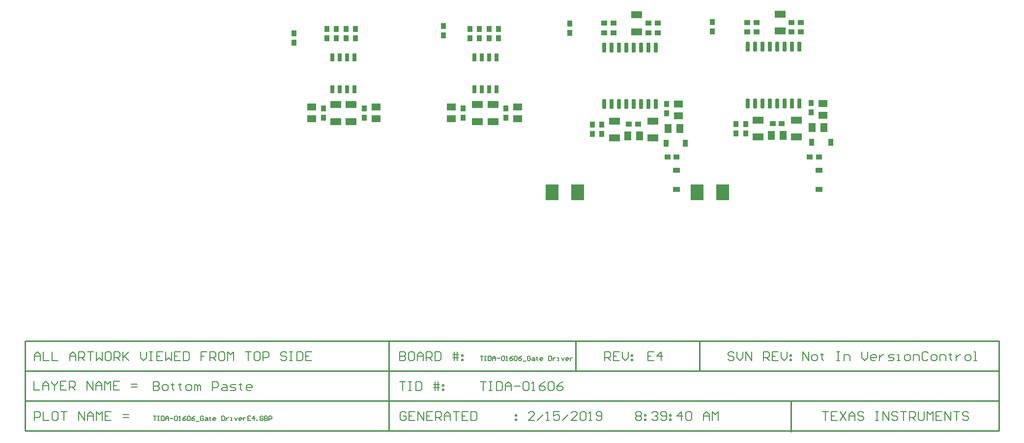
<source format=gbp>
G04*
G04 #@! TF.GenerationSoftware,Altium Limited,Altium Designer,18.1.9 (240)*
G04*
G04 Layer_Color=128*
%FSAX25Y25*%
%MOIN*%
G70*
G01*
G75*
%ADD15C,0.00800*%
%ADD17C,0.00600*%
%ADD25C,0.01000*%
%ADD29R,0.03937X0.03740*%
%ADD30R,0.03740X0.03937*%
%ADD31R,0.05000X0.06300*%
%ADD32R,0.06300X0.05000*%
%ADD33R,0.07284X0.05118*%
%ADD42R,0.04803X0.03602*%
G04:AMPARAMS|DCode=88|XSize=23.62mil|YSize=55.12mil|CornerRadius=2.01mil|HoleSize=0mil|Usage=FLASHONLY|Rotation=180.000|XOffset=0mil|YOffset=0mil|HoleType=Round|Shape=RoundedRectangle|*
%AMROUNDEDRECTD88*
21,1,0.02362,0.05110,0,0,180.0*
21,1,0.01961,0.05512,0,0,180.0*
1,1,0.00402,-0.00980,0.02555*
1,1,0.00402,0.00980,0.02555*
1,1,0.00402,0.00980,-0.02555*
1,1,0.00402,-0.00980,-0.02555*
%
%ADD88ROUNDEDRECTD88*%
G04:AMPARAMS|DCode=89|XSize=23.62mil|YSize=64.96mil|CornerRadius=2.01mil|HoleSize=0mil|Usage=FLASHONLY|Rotation=0.000|XOffset=0mil|YOffset=0mil|HoleType=Round|Shape=RoundedRectangle|*
%AMROUNDEDRECTD89*
21,1,0.02362,0.06095,0,0,0.0*
21,1,0.01961,0.06496,0,0,0.0*
1,1,0.00402,0.00980,-0.03047*
1,1,0.00402,-0.00980,-0.03047*
1,1,0.00402,-0.00980,0.03047*
1,1,0.00402,0.00980,0.03047*
%
%ADD89ROUNDEDRECTD89*%
%ADD90R,0.03602X0.04803*%
%ADD91R,0.08500X0.10799*%
G54D15*
X0126900Y0073549D02*
Y0067551D01*
X0129899D01*
X0130899Y0068550D01*
Y0069550D01*
X0129899Y0070550D01*
X0126900D01*
X0129899D01*
X0130899Y0071549D01*
Y0072549D01*
X0129899Y0073549D01*
X0126900D01*
X0133898Y0067551D02*
X0135897D01*
X0136897Y0068550D01*
Y0070550D01*
X0135897Y0071549D01*
X0133898D01*
X0132898Y0070550D01*
Y0068550D01*
X0133898Y0067551D01*
X0139896Y0072549D02*
Y0071549D01*
X0138896D01*
X0140895D01*
X0139896D01*
Y0068550D01*
X0140895Y0067551D01*
X0144894Y0072549D02*
Y0071549D01*
X0143895D01*
X0145894D01*
X0144894D01*
Y0068550D01*
X0145894Y0067551D01*
X0149893D02*
X0151892D01*
X0152892Y0068550D01*
Y0070550D01*
X0151892Y0071549D01*
X0149893D01*
X0148893Y0070550D01*
Y0068550D01*
X0149893Y0067551D01*
X0154891D02*
Y0071549D01*
X0155891D01*
X0156890Y0070550D01*
Y0067551D01*
Y0070550D01*
X0157890Y0071549D01*
X0158890Y0070550D01*
Y0067551D01*
X0166887D02*
Y0073549D01*
X0169886D01*
X0170886Y0072549D01*
Y0070550D01*
X0169886Y0069550D01*
X0166887D01*
X0173885Y0071549D02*
X0175884D01*
X0176884Y0070550D01*
Y0067551D01*
X0173885D01*
X0172885Y0068550D01*
X0173885Y0069550D01*
X0176884D01*
X0178883Y0067551D02*
X0181882D01*
X0182882Y0068550D01*
X0181882Y0069550D01*
X0179883D01*
X0178883Y0070550D01*
X0179883Y0071549D01*
X0182882D01*
X0185881Y0072549D02*
Y0071549D01*
X0184881D01*
X0186881D01*
X0185881D01*
Y0068550D01*
X0186881Y0067551D01*
X0192879D02*
X0190879D01*
X0189880Y0068550D01*
Y0070550D01*
X0190879Y0071549D01*
X0192879D01*
X0193878Y0070550D01*
Y0069550D01*
X0189880D01*
X0045850Y0073649D02*
Y0067651D01*
X0049849D01*
X0051848D02*
Y0071649D01*
X0053847Y0073649D01*
X0055847Y0071649D01*
Y0067651D01*
Y0070650D01*
X0051848D01*
X0057846Y0073649D02*
Y0072649D01*
X0059846Y0070650D01*
X0061845Y0072649D01*
Y0073649D01*
X0059846Y0070650D02*
Y0067651D01*
X0067843Y0073649D02*
X0063844D01*
Y0067651D01*
X0067843D01*
X0063844Y0070650D02*
X0065843D01*
X0069842Y0067651D02*
Y0073649D01*
X0072841D01*
X0073841Y0072649D01*
Y0070650D01*
X0072841Y0069650D01*
X0069842D01*
X0071842D02*
X0073841Y0067651D01*
X0081838D02*
Y0073649D01*
X0085837Y0067651D01*
Y0073649D01*
X0087836Y0067651D02*
Y0071649D01*
X0089836Y0073649D01*
X0091835Y0071649D01*
Y0067651D01*
Y0070650D01*
X0087836D01*
X0093835Y0067651D02*
Y0073649D01*
X0095834Y0071649D01*
X0097833Y0073649D01*
Y0067651D01*
X0103831Y0073649D02*
X0099832D01*
Y0067651D01*
X0103831D01*
X0099832Y0070650D02*
X0101832D01*
X0111829Y0069650D02*
X0115827D01*
X0111829Y0071649D02*
X0115827D01*
X0348550Y0073498D02*
X0352549D01*
X0350549D01*
Y0067500D01*
X0354548Y0073498D02*
X0356547D01*
X0355548D01*
Y0067500D01*
X0354548D01*
X0356547D01*
X0359546Y0073498D02*
Y0067500D01*
X0362545D01*
X0363545Y0068500D01*
Y0072498D01*
X0362545Y0073498D01*
X0359546D01*
X0365545Y0067500D02*
Y0071499D01*
X0367544Y0073498D01*
X0369543Y0071499D01*
Y0067500D01*
Y0070499D01*
X0365545D01*
X0371543D02*
X0375541D01*
X0377541Y0072498D02*
X0378540Y0073498D01*
X0380540D01*
X0381539Y0072498D01*
Y0068500D01*
X0380540Y0067500D01*
X0378540D01*
X0377541Y0068500D01*
Y0072498D01*
X0383539Y0067500D02*
X0385538D01*
X0384538D01*
Y0073498D01*
X0383539Y0072498D01*
X0392536Y0073498D02*
X0390536Y0072498D01*
X0388537Y0070499D01*
Y0068500D01*
X0389537Y0067500D01*
X0391536D01*
X0392536Y0068500D01*
Y0069499D01*
X0391536Y0070499D01*
X0388537D01*
X0394535Y0072498D02*
X0395535Y0073498D01*
X0397534D01*
X0398534Y0072498D01*
Y0068500D01*
X0397534Y0067500D01*
X0395535D01*
X0394535Y0068500D01*
Y0072498D01*
X0404532Y0073498D02*
X0402532Y0072498D01*
X0400533Y0070499D01*
Y0068500D01*
X0401533Y0067500D01*
X0403532D01*
X0404532Y0068500D01*
Y0069499D01*
X0403532Y0070499D01*
X0400533D01*
X0294000Y0073498D02*
X0297999D01*
X0295999D01*
Y0067500D01*
X0299998Y0073498D02*
X0301997D01*
X0300998D01*
Y0067500D01*
X0299998D01*
X0301997D01*
X0304996Y0073498D02*
Y0067500D01*
X0307996D01*
X0308995Y0068500D01*
Y0072498D01*
X0307996Y0073498D01*
X0304996D01*
X0317992Y0067500D02*
Y0073498D01*
X0319992D02*
Y0067500D01*
X0316993Y0071499D02*
X0319992D01*
X0320991D01*
X0316993Y0069499D02*
X0320991D01*
X0322991Y0071499D02*
X0323990D01*
Y0070499D01*
X0322991D01*
Y0071499D01*
Y0068500D02*
X0323990D01*
Y0067500D01*
X0322991D01*
Y0068500D01*
X0580500Y0052965D02*
X0584499D01*
X0582499D01*
Y0046966D01*
X0590497Y0052965D02*
X0586498D01*
Y0046966D01*
X0590497D01*
X0586498Y0049966D02*
X0588497D01*
X0592496Y0052965D02*
X0596495Y0046966D01*
Y0052965D02*
X0592496Y0046966D01*
X0598494D02*
Y0050965D01*
X0600493Y0052965D01*
X0602493Y0050965D01*
Y0046966D01*
Y0049966D01*
X0598494D01*
X0608491Y0051965D02*
X0607491Y0052965D01*
X0605492D01*
X0604492Y0051965D01*
Y0050965D01*
X0605492Y0049966D01*
X0607491D01*
X0608491Y0048966D01*
Y0047966D01*
X0607491Y0046966D01*
X0605492D01*
X0604492Y0047966D01*
X0616488Y0052965D02*
X0618488D01*
X0617488D01*
Y0046966D01*
X0616488D01*
X0618488D01*
X0621487D02*
Y0052965D01*
X0625486Y0046966D01*
Y0052965D01*
X0631484Y0051965D02*
X0630484Y0052965D01*
X0628484D01*
X0627485Y0051965D01*
Y0050965D01*
X0628484Y0049966D01*
X0630484D01*
X0631484Y0048966D01*
Y0047966D01*
X0630484Y0046966D01*
X0628484D01*
X0627485Y0047966D01*
X0633483Y0052965D02*
X0637482D01*
X0635482D01*
Y0046966D01*
X0639481D02*
Y0052965D01*
X0642480D01*
X0643480Y0051965D01*
Y0049966D01*
X0642480Y0048966D01*
X0639481D01*
X0641480D02*
X0643480Y0046966D01*
X0645479Y0052965D02*
Y0047966D01*
X0646479Y0046966D01*
X0648478D01*
X0649478Y0047966D01*
Y0052965D01*
X0651477Y0046966D02*
Y0052965D01*
X0653476Y0050965D01*
X0655476Y0052965D01*
Y0046966D01*
X0661474Y0052965D02*
X0657475D01*
Y0046966D01*
X0661474D01*
X0657475Y0049966D02*
X0659474D01*
X0663473Y0046966D02*
Y0052965D01*
X0667472Y0046966D01*
Y0052965D01*
X0669471D02*
X0673470D01*
X0671471D01*
Y0046966D01*
X0679468Y0051965D02*
X0678468Y0052965D01*
X0676469D01*
X0675469Y0051965D01*
Y0050965D01*
X0676469Y0049966D01*
X0678468D01*
X0679468Y0048966D01*
Y0047966D01*
X0678468Y0046966D01*
X0676469D01*
X0675469Y0047966D01*
X0454050Y0051965D02*
X0455050Y0052965D01*
X0457049D01*
X0458049Y0051965D01*
Y0050965D01*
X0457049Y0049966D01*
X0458049Y0048966D01*
Y0047966D01*
X0457049Y0046966D01*
X0455050D01*
X0454050Y0047966D01*
Y0048966D01*
X0455050Y0049966D01*
X0454050Y0050965D01*
Y0051965D01*
X0455050Y0049966D02*
X0457049D01*
X0460048Y0050965D02*
X0461048D01*
Y0049966D01*
X0460048D01*
Y0050965D01*
Y0047966D02*
X0461048D01*
Y0046966D01*
X0460048D01*
Y0047966D01*
X0465046Y0051965D02*
X0466046Y0052965D01*
X0468046D01*
X0469045Y0051965D01*
Y0050965D01*
X0468046Y0049966D01*
X0467046D01*
X0468046D01*
X0469045Y0048966D01*
Y0047966D01*
X0468046Y0046966D01*
X0466046D01*
X0465046Y0047966D01*
X0471044D02*
X0472044Y0046966D01*
X0474044D01*
X0475043Y0047966D01*
Y0051965D01*
X0474044Y0052965D01*
X0472044D01*
X0471044Y0051965D01*
Y0050965D01*
X0472044Y0049966D01*
X0475043D01*
X0477043Y0050965D02*
X0478042D01*
Y0049966D01*
X0477043D01*
Y0050965D01*
Y0047966D02*
X0478042D01*
Y0046966D01*
X0477043D01*
Y0047966D01*
X0485040Y0046966D02*
Y0052965D01*
X0482041Y0049966D01*
X0486040D01*
X0488039Y0051965D02*
X0489039Y0052965D01*
X0491038D01*
X0492038Y0051965D01*
Y0047966D01*
X0491038Y0046966D01*
X0489039D01*
X0488039Y0047966D01*
Y0051965D01*
X0500035Y0046966D02*
Y0050965D01*
X0502035Y0052965D01*
X0504034Y0050965D01*
Y0046966D01*
Y0049966D01*
X0500035D01*
X0506033Y0046966D02*
Y0052965D01*
X0508033Y0050965D01*
X0510032Y0052965D01*
Y0046966D01*
X0046350D02*
Y0052965D01*
X0049349D01*
X0050349Y0051965D01*
Y0049966D01*
X0049349Y0048966D01*
X0046350D01*
X0052348Y0052965D02*
Y0046966D01*
X0056347D01*
X0061345Y0052965D02*
X0059346D01*
X0058346Y0051965D01*
Y0047966D01*
X0059346Y0046966D01*
X0061345D01*
X0062345Y0047966D01*
Y0051965D01*
X0061345Y0052965D01*
X0064344D02*
X0068343D01*
X0066343D01*
Y0046966D01*
X0076340D02*
Y0052965D01*
X0080339Y0046966D01*
Y0052965D01*
X0082338Y0046966D02*
Y0050965D01*
X0084338Y0052965D01*
X0086337Y0050965D01*
Y0046966D01*
Y0049966D01*
X0082338D01*
X0088336Y0046966D02*
Y0052965D01*
X0090336Y0050965D01*
X0092335Y0052965D01*
Y0046966D01*
X0098333Y0052965D02*
X0094335D01*
Y0046966D01*
X0098333D01*
X0094335Y0049966D02*
X0096334D01*
X0106331Y0048966D02*
X0110329D01*
X0106331Y0050965D02*
X0110329D01*
X0294000Y0093831D02*
Y0087833D01*
X0296999D01*
X0297999Y0088833D01*
Y0089833D01*
X0296999Y0090832D01*
X0294000D01*
X0296999D01*
X0297999Y0091832D01*
Y0092832D01*
X0296999Y0093831D01*
X0294000D01*
X0302997D02*
X0300998D01*
X0299998Y0092832D01*
Y0088833D01*
X0300998Y0087833D01*
X0302997D01*
X0303997Y0088833D01*
Y0092832D01*
X0302997Y0093831D01*
X0305996Y0087833D02*
Y0091832D01*
X0307996Y0093831D01*
X0309995Y0091832D01*
Y0087833D01*
Y0090832D01*
X0305996D01*
X0311994Y0087833D02*
Y0093831D01*
X0314993D01*
X0315993Y0092832D01*
Y0090832D01*
X0314993Y0089833D01*
X0311994D01*
X0313994D02*
X0315993Y0087833D01*
X0317992Y0093831D02*
Y0087833D01*
X0320991D01*
X0321991Y0088833D01*
Y0092832D01*
X0320991Y0093831D01*
X0317992D01*
X0330988Y0087833D02*
Y0093831D01*
X0332987D02*
Y0087833D01*
X0329988Y0091832D02*
X0332987D01*
X0333987D01*
X0329988Y0089833D02*
X0333987D01*
X0335986Y0091832D02*
X0336986D01*
Y0090832D01*
X0335986D01*
Y0091832D01*
Y0088833D02*
X0336986D01*
Y0087833D01*
X0335986D01*
Y0088833D01*
X0466149Y0093831D02*
X0462150D01*
Y0087833D01*
X0466149D01*
X0462150Y0090832D02*
X0464149D01*
X0471147Y0087833D02*
Y0093831D01*
X0468148Y0090832D01*
X0472147D01*
X0046350Y0087833D02*
Y0091832D01*
X0048349Y0093831D01*
X0050349Y0091832D01*
Y0087833D01*
Y0090832D01*
X0046350D01*
X0052348Y0093831D02*
Y0087833D01*
X0056347D01*
X0058346Y0093831D02*
Y0087833D01*
X0062345D01*
X0070342D02*
Y0091832D01*
X0072342Y0093831D01*
X0074341Y0091832D01*
Y0087833D01*
Y0090832D01*
X0070342D01*
X0076340Y0087833D02*
Y0093831D01*
X0079339D01*
X0080339Y0092832D01*
Y0090832D01*
X0079339Y0089833D01*
X0076340D01*
X0078340D02*
X0080339Y0087833D01*
X0082338Y0093831D02*
X0086337D01*
X0084338D01*
Y0087833D01*
X0088336Y0093831D02*
Y0087833D01*
X0090336Y0089833D01*
X0092335Y0087833D01*
Y0093831D01*
X0097334D02*
X0095334D01*
X0094335Y0092832D01*
Y0088833D01*
X0095334Y0087833D01*
X0097334D01*
X0098333Y0088833D01*
Y0092832D01*
X0097334Y0093831D01*
X0100332Y0087833D02*
Y0093831D01*
X0103332D01*
X0104331Y0092832D01*
Y0090832D01*
X0103332Y0089833D01*
X0100332D01*
X0102332D02*
X0104331Y0087833D01*
X0106331Y0093831D02*
Y0087833D01*
Y0089833D01*
X0110329Y0093831D01*
X0107330Y0090832D01*
X0110329Y0087833D01*
X0118327Y0093831D02*
Y0089833D01*
X0120326Y0087833D01*
X0122325Y0089833D01*
Y0093831D01*
X0124325D02*
X0126324D01*
X0125324D01*
Y0087833D01*
X0124325D01*
X0126324D01*
X0133322Y0093831D02*
X0129323D01*
Y0087833D01*
X0133322D01*
X0129323Y0090832D02*
X0131323D01*
X0135321Y0093831D02*
Y0087833D01*
X0137321Y0089833D01*
X0139320Y0087833D01*
Y0093831D01*
X0145318D02*
X0141319D01*
Y0087833D01*
X0145318D01*
X0141319Y0090832D02*
X0143319D01*
X0147317Y0093831D02*
Y0087833D01*
X0150316D01*
X0151316Y0088833D01*
Y0092832D01*
X0150316Y0093831D01*
X0147317D01*
X0163312D02*
X0159313D01*
Y0090832D01*
X0161313D01*
X0159313D01*
Y0087833D01*
X0165312D02*
Y0093831D01*
X0168310D01*
X0169310Y0092832D01*
Y0090832D01*
X0168310Y0089833D01*
X0165312D01*
X0167311D02*
X0169310Y0087833D01*
X0174309Y0093831D02*
X0172309D01*
X0171310Y0092832D01*
Y0088833D01*
X0172309Y0087833D01*
X0174309D01*
X0175308Y0088833D01*
Y0092832D01*
X0174309Y0093831D01*
X0177308Y0087833D02*
Y0093831D01*
X0179307Y0091832D01*
X0181306Y0093831D01*
Y0087833D01*
X0189304Y0093831D02*
X0193303D01*
X0191303D01*
Y0087833D01*
X0198301Y0093831D02*
X0196301D01*
X0195302Y0092832D01*
Y0088833D01*
X0196301Y0087833D01*
X0198301D01*
X0199301Y0088833D01*
Y0092832D01*
X0198301Y0093831D01*
X0201300Y0087833D02*
Y0093831D01*
X0204299D01*
X0205299Y0092832D01*
Y0090832D01*
X0204299Y0089833D01*
X0201300D01*
X0217295Y0092832D02*
X0216295Y0093831D01*
X0214296D01*
X0213296Y0092832D01*
Y0091832D01*
X0214296Y0090832D01*
X0216295D01*
X0217295Y0089833D01*
Y0088833D01*
X0216295Y0087833D01*
X0214296D01*
X0213296Y0088833D01*
X0219294Y0093831D02*
X0221293D01*
X0220294D01*
Y0087833D01*
X0219294D01*
X0221293D01*
X0224292Y0093831D02*
Y0087833D01*
X0227291D01*
X0228291Y0088833D01*
Y0092832D01*
X0227291Y0093831D01*
X0224292D01*
X0234289D02*
X0230291D01*
Y0087833D01*
X0234289D01*
X0230291Y0090832D02*
X0232290D01*
X0298199Y0051965D02*
X0297199Y0052965D01*
X0295200D01*
X0294200Y0051965D01*
Y0047966D01*
X0295200Y0046966D01*
X0297199D01*
X0298199Y0047966D01*
Y0049966D01*
X0296199D01*
X0304197Y0052965D02*
X0300198D01*
Y0046966D01*
X0304197D01*
X0300198Y0049966D02*
X0302197D01*
X0306196Y0046966D02*
Y0052965D01*
X0310195Y0046966D01*
Y0052965D01*
X0316193D02*
X0312194D01*
Y0046966D01*
X0316193D01*
X0312194Y0049966D02*
X0314194D01*
X0318192Y0046966D02*
Y0052965D01*
X0321191D01*
X0322191Y0051965D01*
Y0049966D01*
X0321191Y0048966D01*
X0318192D01*
X0320192D02*
X0322191Y0046966D01*
X0324190D02*
Y0050965D01*
X0326190Y0052965D01*
X0328189Y0050965D01*
Y0046966D01*
Y0049966D01*
X0324190D01*
X0330188Y0052965D02*
X0334187D01*
X0332188D01*
Y0046966D01*
X0340185Y0052965D02*
X0336186D01*
Y0046966D01*
X0340185D01*
X0336186Y0049966D02*
X0338186D01*
X0342184Y0052965D02*
Y0046966D01*
X0345183D01*
X0346183Y0047966D01*
Y0051965D01*
X0345183Y0052965D01*
X0342184D01*
X0372175Y0050965D02*
X0373175D01*
Y0049966D01*
X0372175D01*
Y0050965D01*
Y0047966D02*
X0373175D01*
Y0046966D01*
X0372175D01*
Y0047966D01*
X0385149Y0046966D02*
X0381150D01*
X0385149Y0050965D01*
Y0051965D01*
X0384149Y0052965D01*
X0382150D01*
X0381150Y0051965D01*
X0387148Y0046966D02*
X0391147Y0050965D01*
X0393146Y0046966D02*
X0395146D01*
X0394146D01*
Y0052965D01*
X0393146Y0051965D01*
X0402143Y0052965D02*
X0398145D01*
Y0049966D01*
X0400144Y0050965D01*
X0401144D01*
X0402143Y0049966D01*
Y0047966D01*
X0401144Y0046966D01*
X0399144D01*
X0398145Y0047966D01*
X0404143Y0046966D02*
X0408141Y0050965D01*
X0414139Y0046966D02*
X0410141D01*
X0414139Y0050965D01*
Y0051965D01*
X0413140Y0052965D01*
X0411140D01*
X0410141Y0051965D01*
X0416139D02*
X0417138Y0052965D01*
X0419138D01*
X0420137Y0051965D01*
Y0047966D01*
X0419138Y0046966D01*
X0417138D01*
X0416139Y0047966D01*
Y0051965D01*
X0422137Y0046966D02*
X0424136D01*
X0423136D01*
Y0052965D01*
X0422137Y0051965D01*
X0427135Y0047966D02*
X0428135Y0046966D01*
X0430134D01*
X0431134Y0047966D01*
Y0051965D01*
X0430134Y0052965D01*
X0428135D01*
X0427135Y0051965D01*
Y0050965D01*
X0428135Y0049966D01*
X0431134D01*
X0433000Y0087833D02*
Y0093831D01*
X0435999D01*
X0436999Y0092832D01*
Y0090832D01*
X0435999Y0089833D01*
X0433000D01*
X0434999D02*
X0436999Y0087833D01*
X0442997Y0093831D02*
X0438998D01*
Y0087833D01*
X0442997D01*
X0438998Y0090832D02*
X0440997D01*
X0444996Y0093831D02*
Y0089833D01*
X0446995Y0087833D01*
X0448995Y0089833D01*
Y0093831D01*
X0450994Y0091832D02*
X0451994D01*
Y0090832D01*
X0450994D01*
Y0091832D01*
Y0088833D02*
X0451994D01*
Y0087833D01*
X0450994D01*
Y0088833D01*
X0520799Y0092832D02*
X0519799Y0093831D01*
X0517800D01*
X0516800Y0092832D01*
Y0091832D01*
X0517800Y0090832D01*
X0519799D01*
X0520799Y0089833D01*
Y0088833D01*
X0519799Y0087833D01*
X0517800D01*
X0516800Y0088833D01*
X0522798Y0093831D02*
Y0089833D01*
X0524797Y0087833D01*
X0526797Y0089833D01*
Y0093831D01*
X0528796Y0087833D02*
Y0093831D01*
X0532795Y0087833D01*
Y0093831D01*
X0540792Y0087833D02*
Y0093831D01*
X0543791D01*
X0544791Y0092832D01*
Y0090832D01*
X0543791Y0089833D01*
X0540792D01*
X0542792D02*
X0544791Y0087833D01*
X0550789Y0093831D02*
X0546790D01*
Y0087833D01*
X0550789D01*
X0546790Y0090832D02*
X0548790D01*
X0552788Y0093831D02*
Y0089833D01*
X0554788Y0087833D01*
X0556787Y0089833D01*
Y0093831D01*
X0558786Y0091832D02*
X0559786D01*
Y0090832D01*
X0558786D01*
Y0091832D01*
Y0088833D02*
X0559786D01*
Y0087833D01*
X0558786D01*
Y0088833D01*
X0567400Y0087833D02*
Y0093831D01*
X0571399Y0087833D01*
Y0093831D01*
X0574398Y0087833D02*
X0576397D01*
X0577397Y0088833D01*
Y0090832D01*
X0576397Y0091832D01*
X0574398D01*
X0573398Y0090832D01*
Y0088833D01*
X0574398Y0087833D01*
X0580396Y0092832D02*
Y0091832D01*
X0579396D01*
X0581395D01*
X0580396D01*
Y0088833D01*
X0581395Y0087833D01*
X0590393Y0093831D02*
X0592392D01*
X0591392D01*
Y0087833D01*
X0590393D01*
X0592392D01*
X0595391D02*
Y0091832D01*
X0598390D01*
X0599390Y0090832D01*
Y0087833D01*
X0607387Y0093831D02*
Y0089833D01*
X0609386Y0087833D01*
X0611386Y0089833D01*
Y0093831D01*
X0616384Y0087833D02*
X0614385D01*
X0613385Y0088833D01*
Y0090832D01*
X0614385Y0091832D01*
X0616384D01*
X0617384Y0090832D01*
Y0089833D01*
X0613385D01*
X0619383Y0091832D02*
Y0087833D01*
Y0089833D01*
X0620383Y0090832D01*
X0621383Y0091832D01*
X0622382D01*
X0625381Y0087833D02*
X0628380D01*
X0629380Y0088833D01*
X0628380Y0089833D01*
X0626381D01*
X0625381Y0090832D01*
X0626381Y0091832D01*
X0629380D01*
X0631379Y0087833D02*
X0633379D01*
X0632379D01*
Y0091832D01*
X0631379D01*
X0637377Y0087833D02*
X0639377D01*
X0640376Y0088833D01*
Y0090832D01*
X0639377Y0091832D01*
X0637377D01*
X0636378Y0090832D01*
Y0088833D01*
X0637377Y0087833D01*
X0642376D02*
Y0091832D01*
X0645375D01*
X0646374Y0090832D01*
Y0087833D01*
X0652373Y0092832D02*
X0651373Y0093831D01*
X0649373D01*
X0648374Y0092832D01*
Y0088833D01*
X0649373Y0087833D01*
X0651373D01*
X0652373Y0088833D01*
X0655372Y0087833D02*
X0657371D01*
X0658371Y0088833D01*
Y0090832D01*
X0657371Y0091832D01*
X0655372D01*
X0654372Y0090832D01*
Y0088833D01*
X0655372Y0087833D01*
X0660370D02*
Y0091832D01*
X0663369D01*
X0664369Y0090832D01*
Y0087833D01*
X0667368Y0092832D02*
Y0091832D01*
X0666368D01*
X0668367D01*
X0667368D01*
Y0088833D01*
X0668367Y0087833D01*
X0671366Y0091832D02*
Y0087833D01*
Y0089833D01*
X0672366Y0090832D01*
X0673366Y0091832D01*
X0674365D01*
X0678364Y0087833D02*
X0680364D01*
X0681363Y0088833D01*
Y0090832D01*
X0680364Y0091832D01*
X0678364D01*
X0677364Y0090832D01*
Y0088833D01*
X0678364Y0087833D01*
X0683362D02*
X0685362D01*
X0684362D01*
Y0093831D01*
X0683362D01*
G54D17*
X0348550Y0090832D02*
X0350549D01*
X0349550D01*
Y0087833D01*
X0351549Y0090832D02*
X0352549D01*
X0352049D01*
Y0087833D01*
X0351549D01*
X0352549D01*
X0354048Y0090832D02*
Y0087833D01*
X0355548D01*
X0356048Y0088333D01*
Y0090333D01*
X0355548Y0090832D01*
X0354048D01*
X0357047Y0087833D02*
Y0089833D01*
X0358047Y0090832D01*
X0359047Y0089833D01*
Y0087833D01*
Y0089333D01*
X0357047D01*
X0360046D02*
X0362046D01*
X0363045Y0090333D02*
X0363545Y0090832D01*
X0364545D01*
X0365045Y0090333D01*
Y0088333D01*
X0364545Y0087833D01*
X0363545D01*
X0363045Y0088333D01*
Y0090333D01*
X0366044Y0087833D02*
X0367044D01*
X0366544D01*
Y0090832D01*
X0366044Y0090333D01*
X0370543Y0090832D02*
X0369543Y0090333D01*
X0368544Y0089333D01*
Y0088333D01*
X0369043Y0087833D01*
X0370043D01*
X0370543Y0088333D01*
Y0088833D01*
X0370043Y0089333D01*
X0368544D01*
X0371543Y0090333D02*
X0372042Y0090832D01*
X0373042D01*
X0373542Y0090333D01*
Y0088333D01*
X0373042Y0087833D01*
X0372042D01*
X0371543Y0088333D01*
Y0090333D01*
X0376541Y0090832D02*
X0375541Y0090333D01*
X0374542Y0089333D01*
Y0088333D01*
X0375041Y0087833D01*
X0376041D01*
X0376541Y0088333D01*
Y0088833D01*
X0376041Y0089333D01*
X0374542D01*
X0377541Y0087334D02*
X0379540D01*
X0382539Y0090333D02*
X0382039Y0090832D01*
X0381040D01*
X0380540Y0090333D01*
Y0088333D01*
X0381040Y0087833D01*
X0382039D01*
X0382539Y0088333D01*
Y0089333D01*
X0381539D01*
X0384038Y0089833D02*
X0385038D01*
X0385538Y0089333D01*
Y0087833D01*
X0384038D01*
X0383539Y0088333D01*
X0384038Y0088833D01*
X0385538D01*
X0387038Y0090333D02*
Y0089833D01*
X0386538D01*
X0387537D01*
X0387038D01*
Y0088333D01*
X0387537Y0087833D01*
X0390536D02*
X0389537D01*
X0389037Y0088333D01*
Y0089333D01*
X0389537Y0089833D01*
X0390536D01*
X0391036Y0089333D01*
Y0088833D01*
X0389037D01*
X0395035Y0090832D02*
Y0087833D01*
X0396534D01*
X0397034Y0088333D01*
Y0090333D01*
X0396534Y0090832D01*
X0395035D01*
X0398034Y0089833D02*
Y0087833D01*
Y0088833D01*
X0398534Y0089333D01*
X0399034Y0089833D01*
X0399534D01*
X0401033Y0087833D02*
X0402033D01*
X0401533D01*
Y0089833D01*
X0401033D01*
X0403532D02*
X0404532Y0087833D01*
X0405532Y0089833D01*
X0408031Y0087833D02*
X0407031D01*
X0406531Y0088333D01*
Y0089333D01*
X0407031Y0089833D01*
X0408031D01*
X0408531Y0089333D01*
Y0088833D01*
X0406531D01*
X0409530Y0089833D02*
Y0087833D01*
Y0088833D01*
X0410030Y0089333D01*
X0410530Y0089833D01*
X0411030D01*
X0126900Y0049966D02*
X0128899D01*
X0127900D01*
Y0046966D01*
X0129899Y0049966D02*
X0130899D01*
X0130399D01*
Y0046966D01*
X0129899D01*
X0130899D01*
X0132398Y0049966D02*
Y0046966D01*
X0133898D01*
X0134398Y0047466D01*
Y0049466D01*
X0133898Y0049966D01*
X0132398D01*
X0135397Y0046966D02*
Y0048966D01*
X0136397Y0049966D01*
X0137397Y0048966D01*
Y0046966D01*
Y0048466D01*
X0135397D01*
X0138396D02*
X0140396D01*
X0141395Y0049466D02*
X0141895Y0049966D01*
X0142895D01*
X0143395Y0049466D01*
Y0047466D01*
X0142895Y0046966D01*
X0141895D01*
X0141395Y0047466D01*
Y0049466D01*
X0144394Y0046966D02*
X0145394D01*
X0144894D01*
Y0049966D01*
X0144394Y0049466D01*
X0148893Y0049966D02*
X0147893Y0049466D01*
X0146894Y0048466D01*
Y0047466D01*
X0147393Y0046966D01*
X0148393D01*
X0148893Y0047466D01*
Y0047966D01*
X0148393Y0048466D01*
X0146894D01*
X0149893Y0049466D02*
X0150392Y0049966D01*
X0151392D01*
X0151892Y0049466D01*
Y0047466D01*
X0151392Y0046966D01*
X0150392D01*
X0149893Y0047466D01*
Y0049466D01*
X0154891Y0049966D02*
X0153891Y0049466D01*
X0152892Y0048466D01*
Y0047466D01*
X0153391Y0046966D01*
X0154391D01*
X0154891Y0047466D01*
Y0047966D01*
X0154391Y0048466D01*
X0152892D01*
X0155891Y0046467D02*
X0157890D01*
X0160889Y0049466D02*
X0160389Y0049966D01*
X0159389D01*
X0158890Y0049466D01*
Y0047466D01*
X0159389Y0046966D01*
X0160389D01*
X0160889Y0047466D01*
Y0048466D01*
X0159889D01*
X0162389Y0048966D02*
X0163388D01*
X0163888Y0048466D01*
Y0046966D01*
X0162389D01*
X0161889Y0047466D01*
X0162389Y0047966D01*
X0163888D01*
X0165388Y0049466D02*
Y0048966D01*
X0164888D01*
X0165887D01*
X0165388D01*
Y0047466D01*
X0165887Y0046966D01*
X0168886D02*
X0167887D01*
X0167387Y0047466D01*
Y0048466D01*
X0167887Y0048966D01*
X0168886D01*
X0169386Y0048466D01*
Y0047966D01*
X0167387D01*
X0173385Y0049966D02*
Y0046966D01*
X0174884D01*
X0175384Y0047466D01*
Y0049466D01*
X0174884Y0049966D01*
X0173385D01*
X0176384Y0048966D02*
Y0046966D01*
Y0047966D01*
X0176884Y0048466D01*
X0177384Y0048966D01*
X0177884D01*
X0179383Y0046966D02*
X0180383D01*
X0179883D01*
Y0048966D01*
X0179383D01*
X0181882D02*
X0182882Y0046966D01*
X0183882Y0048966D01*
X0186381Y0046966D02*
X0185381D01*
X0184881Y0047466D01*
Y0048466D01*
X0185381Y0048966D01*
X0186381D01*
X0186881Y0048466D01*
Y0047966D01*
X0184881D01*
X0187880Y0048966D02*
Y0046966D01*
Y0047966D01*
X0188380Y0048466D01*
X0188880Y0048966D01*
X0189380D01*
X0192879Y0049966D02*
X0190879D01*
Y0046966D01*
X0192879D01*
X0190879Y0048466D02*
X0191879D01*
X0195378Y0046966D02*
Y0049966D01*
X0193878Y0048466D01*
X0195878D01*
X0196877Y0046966D02*
Y0047466D01*
X0197377D01*
Y0046966D01*
X0196877D01*
X0201376Y0049466D02*
X0200876Y0049966D01*
X0199876D01*
X0199376Y0049466D01*
Y0047466D01*
X0199876Y0046966D01*
X0200876D01*
X0201376Y0047466D01*
Y0048466D01*
X0200376D01*
X0202376Y0049966D02*
Y0046966D01*
X0203875D01*
X0204375Y0047466D01*
Y0047966D01*
X0203875Y0048466D01*
X0202376D01*
X0203875D01*
X0204375Y0048966D01*
Y0049466D01*
X0203875Y0049966D01*
X0202376D01*
X0205375Y0046966D02*
Y0049966D01*
X0206874D01*
X0207374Y0049466D01*
Y0048466D01*
X0206874Y0047966D01*
X0205375D01*
G54D25*
X0559400Y0039400D02*
Y0059683D01*
X0440500Y0040050D02*
X0700200D01*
Y0101050D01*
X0286500Y0040050D02*
Y0101050D01*
X0040000Y0040050D02*
Y0101050D01*
X0040050Y0040050D02*
X0197600D01*
X0040050D02*
Y0101050D01*
Y0101050D02*
X0700200D01*
X0040000Y0040050D02*
X0440500D01*
X0040000Y0060383D02*
X0700000D01*
X0040000Y0080717D02*
X0700200D01*
X0413200D02*
Y0101050D01*
X0497200Y0080717D02*
Y0101050D01*
G54D29*
X0565807Y0310940D02*
D03*
X0559508D02*
D03*
X0553102Y0248791D02*
D03*
X0546803D02*
D03*
X0468884Y0310440D02*
D03*
X0462585D02*
D03*
X0455680Y0248290D02*
D03*
X0449380D02*
D03*
X0529508Y0310934D02*
D03*
X0535807D02*
D03*
X0432630Y0310440D02*
D03*
X0438929D02*
D03*
X0559508Y0317434D02*
D03*
X0565807D02*
D03*
X0535807D02*
D03*
X0529508D02*
D03*
X0571858Y0225940D02*
D03*
X0578158D02*
D03*
X0462585Y0316934D02*
D03*
X0468884D02*
D03*
X0438929Y0316927D02*
D03*
X0432630D02*
D03*
X0481779Y0225940D02*
D03*
X0475480D02*
D03*
G54D30*
X0573008Y0256291D02*
D03*
Y0262590D02*
D03*
X0475130Y0255791D02*
D03*
Y0262090D02*
D03*
X0348052Y0313090D02*
D03*
Y0306790D02*
D03*
X0251052Y0313090D02*
D03*
Y0306790D02*
D03*
X0366052Y0252791D02*
D03*
Y0259090D02*
D03*
X0269952Y0252791D02*
D03*
Y0259090D02*
D03*
X0242252Y0252791D02*
D03*
Y0259090D02*
D03*
X0336952Y0252891D02*
D03*
Y0259190D02*
D03*
X0354552Y0313090D02*
D03*
Y0306790D02*
D03*
X0257552Y0313090D02*
D03*
Y0306790D02*
D03*
X0341552Y0306791D02*
D03*
Y0313090D02*
D03*
X0244552Y0306791D02*
D03*
Y0313090D02*
D03*
X0361052Y0306791D02*
D03*
Y0313090D02*
D03*
X0264052Y0306791D02*
D03*
Y0313090D02*
D03*
X0522098Y0242141D02*
D03*
Y0248440D02*
D03*
X0528598Y0242141D02*
D03*
Y0248440D02*
D03*
X0424630Y0241641D02*
D03*
Y0247940D02*
D03*
X0431130Y0241641D02*
D03*
Y0247940D02*
D03*
X0222289Y0310050D02*
D03*
Y0303750D02*
D03*
X0323800Y0315000D02*
D03*
Y0308701D02*
D03*
X0409300Y0316800D02*
D03*
Y0310501D02*
D03*
X0505889Y0317850D02*
D03*
Y0311550D02*
D03*
G54D31*
X0484130Y0245440D02*
D03*
X0476130D02*
D03*
X0581598Y0245940D02*
D03*
X0573598D02*
D03*
X0545953Y0240791D02*
D03*
X0553953D02*
D03*
X0448530Y0240290D02*
D03*
X0456530D02*
D03*
G54D32*
X0581008Y0262440D02*
D03*
Y0254440D02*
D03*
X0483130Y0261940D02*
D03*
Y0253940D02*
D03*
X0373997Y0259940D02*
D03*
Y0251940D02*
D03*
X0277897Y0259940D02*
D03*
Y0251940D02*
D03*
X0234197Y0251940D02*
D03*
Y0259940D02*
D03*
X0328897Y0260040D02*
D03*
Y0252040D02*
D03*
G54D33*
X0537057Y0251009D02*
D03*
Y0239591D02*
D03*
X0563098Y0250999D02*
D03*
Y0239582D02*
D03*
X0552008Y0311732D02*
D03*
Y0323149D02*
D03*
X0439589Y0250509D02*
D03*
Y0239091D02*
D03*
X0465630Y0250499D02*
D03*
Y0239082D02*
D03*
X0454735Y0311225D02*
D03*
Y0322642D02*
D03*
X0357189Y0261609D02*
D03*
Y0250191D02*
D03*
X0261089Y0261609D02*
D03*
Y0250191D02*
D03*
X0346689Y0261609D02*
D03*
Y0250191D02*
D03*
X0250589Y0261609D02*
D03*
Y0250191D02*
D03*
G54D42*
X0578189Y0204053D02*
D03*
Y0216947D02*
D03*
X0481779Y0204085D02*
D03*
Y0216978D02*
D03*
G54D88*
X0344552Y0293867D02*
D03*
X0349552D02*
D03*
X0354552D02*
D03*
X0359552D02*
D03*
X0344552Y0272213D02*
D03*
X0349552D02*
D03*
X0354552D02*
D03*
X0359552D02*
D03*
X0248452Y0293867D02*
D03*
X0253452D02*
D03*
X0258452D02*
D03*
X0263452D02*
D03*
X0248452Y0272213D02*
D03*
X0253452D02*
D03*
X0258452D02*
D03*
X0263452D02*
D03*
G54D89*
X0565053Y0262547D02*
D03*
X0560053D02*
D03*
X0555053D02*
D03*
X0550053D02*
D03*
X0545053D02*
D03*
X0540053D02*
D03*
X0535053D02*
D03*
X0530053D02*
D03*
X0565053Y0300933D02*
D03*
X0560053D02*
D03*
X0555053D02*
D03*
X0550053D02*
D03*
X0545053D02*
D03*
X0540053D02*
D03*
X0535053D02*
D03*
X0530053D02*
D03*
X0467585Y0262047D02*
D03*
X0462585D02*
D03*
X0457585D02*
D03*
X0452585D02*
D03*
X0447585D02*
D03*
X0442585D02*
D03*
X0437585D02*
D03*
X0432585D02*
D03*
X0467585Y0300433D02*
D03*
X0462585D02*
D03*
X0457585D02*
D03*
X0452585D02*
D03*
X0447585D02*
D03*
X0442585D02*
D03*
X0437585D02*
D03*
X0432585D02*
D03*
G54D90*
X0586344Y0235940D02*
D03*
X0573451D02*
D03*
X0487577Y0235440D02*
D03*
X0474683D02*
D03*
G54D91*
X0495488Y0201900D02*
D03*
X0512890D02*
D03*
X0397288D02*
D03*
X0414690D02*
D03*
M02*

</source>
